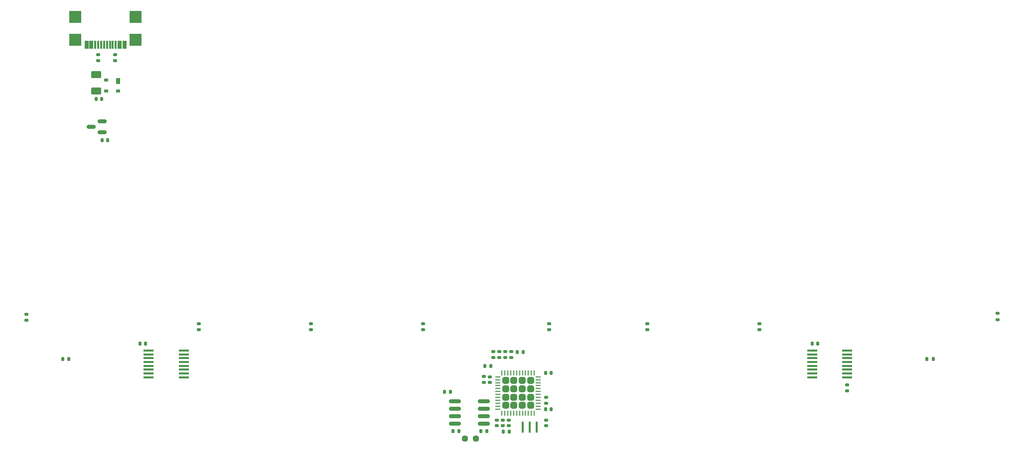
<source format=gbr>
%TF.GenerationSoftware,KiCad,Pcbnew,(7.0.0)*%
%TF.CreationDate,2024-02-06T10:54:19+01:00*%
%TF.ProjectId,travaulta HHKB,74726176-6175-46c7-9461-2048484b422e,rev?*%
%TF.SameCoordinates,Original*%
%TF.FileFunction,Paste,Bot*%
%TF.FilePolarity,Positive*%
%FSLAX46Y46*%
G04 Gerber Fmt 4.6, Leading zero omitted, Abs format (unit mm)*
G04 Created by KiCad (PCBNEW (7.0.0)) date 2024-02-06 10:54:19*
%MOMM*%
%LPD*%
G01*
G04 APERTURE LIST*
G04 Aperture macros list*
%AMRoundRect*
0 Rectangle with rounded corners*
0 $1 Rounding radius*
0 $2 $3 $4 $5 $6 $7 $8 $9 X,Y pos of 4 corners*
0 Add a 4 corners polygon primitive as box body*
4,1,4,$2,$3,$4,$5,$6,$7,$8,$9,$2,$3,0*
0 Add four circle primitives for the rounded corners*
1,1,$1+$1,$2,$3*
1,1,$1+$1,$4,$5*
1,1,$1+$1,$6,$7*
1,1,$1+$1,$8,$9*
0 Add four rect primitives between the rounded corners*
20,1,$1+$1,$2,$3,$4,$5,0*
20,1,$1+$1,$4,$5,$6,$7,0*
20,1,$1+$1,$6,$7,$8,$9,0*
20,1,$1+$1,$8,$9,$2,$3,0*%
G04 Aperture macros list end*
%ADD10R,0.400000X1.900000*%
%ADD11RoundRect,0.140000X0.140000X0.170000X-0.140000X0.170000X-0.140000X-0.170000X0.140000X-0.170000X0*%
%ADD12RoundRect,0.140000X-0.140000X-0.170000X0.140000X-0.170000X0.140000X0.170000X-0.140000X0.170000X0*%
%ADD13RoundRect,0.140000X-0.170000X0.140000X-0.170000X-0.140000X0.170000X-0.140000X0.170000X0.140000X0*%
%ADD14RoundRect,0.150000X-0.825000X-0.150000X0.825000X-0.150000X0.825000X0.150000X-0.825000X0.150000X0*%
%ADD15RoundRect,0.135000X-0.185000X0.135000X-0.185000X-0.135000X0.185000X-0.135000X0.185000X0.135000X0*%
%ADD16RoundRect,0.135000X0.185000X-0.135000X0.185000X0.135000X-0.185000X0.135000X-0.185000X-0.135000X0*%
%ADD17RoundRect,0.135000X-0.135000X-0.185000X0.135000X-0.185000X0.135000X0.185000X-0.135000X0.185000X0*%
%ADD18RoundRect,0.250000X0.315000X-0.315000X0.315000X0.315000X-0.315000X0.315000X-0.315000X-0.315000X0*%
%ADD19RoundRect,0.062500X0.062500X-0.375000X0.062500X0.375000X-0.062500X0.375000X-0.062500X-0.375000X0*%
%ADD20RoundRect,0.062500X0.375000X-0.062500X0.375000X0.062500X-0.375000X0.062500X-0.375000X-0.062500X0*%
%ADD21RoundRect,0.135000X0.135000X0.185000X-0.135000X0.185000X-0.135000X-0.185000X0.135000X-0.185000X0*%
%ADD22R,1.778000X0.419100*%
%ADD23RoundRect,0.250000X-0.625000X0.375000X-0.625000X-0.375000X0.625000X-0.375000X0.625000X0.375000X0*%
%ADD24R,0.700000X1.000000*%
%ADD25R,0.700000X0.600000*%
%ADD26RoundRect,0.140000X0.170000X-0.140000X0.170000X0.140000X-0.170000X0.140000X-0.170000X-0.140000X0*%
%ADD27RoundRect,0.150000X0.587500X0.150000X-0.587500X0.150000X-0.587500X-0.150000X0.587500X-0.150000X0*%
%ADD28RoundRect,0.237500X0.250000X0.237500X-0.250000X0.237500X-0.250000X-0.237500X0.250000X-0.237500X0*%
%ADD29RoundRect,0.050000X-0.300000X-0.650000X0.300000X-0.650000X0.300000X0.650000X-0.300000X0.650000X0*%
%ADD30RoundRect,0.050000X-0.150000X-0.650000X0.150000X-0.650000X0.150000X0.650000X-0.150000X0.650000X0*%
%ADD31RoundRect,0.050000X-1.000000X-1.000000X1.000000X-1.000000X1.000000X1.000000X-1.000000X1.000000X0*%
G04 APERTURE END LIST*
D10*
%TO.C,Y1*%
X153415999Y-118744999D03*
X154615999Y-118744999D03*
X155815999Y-118744999D03*
%TD*%
D11*
%TO.C,C7*%
X147984000Y-108331000D03*
X147024000Y-108331000D03*
%TD*%
D12*
%TO.C,C12*%
X202609436Y-104534305D03*
X203569436Y-104534305D03*
%TD*%
D13*
%TO.C,C15*%
X149031000Y-117540000D03*
X149031000Y-118500000D03*
%TD*%
D14*
%TO.C,U5*%
X141899097Y-118120501D03*
X141899097Y-116850501D03*
X141899097Y-115580501D03*
X141899097Y-114310501D03*
X146849097Y-114310501D03*
X146849097Y-115580501D03*
X146849097Y-116850501D03*
X146849097Y-118120501D03*
%TD*%
D15*
%TO.C,R7*%
X146843750Y-110107000D03*
X146843750Y-111127000D03*
%TD*%
D16*
%TO.C,R11*%
X98425000Y-102110000D03*
X98425000Y-101090000D03*
%TD*%
D15*
%TO.C,R2*%
X151511000Y-105877000D03*
X151511000Y-106897000D03*
%TD*%
D12*
%TO.C,C9*%
X157311000Y-115663994D03*
X158271000Y-115663994D03*
%TD*%
D17*
%TO.C,R4*%
X152525000Y-105918000D03*
X153545000Y-105918000D03*
%TD*%
D18*
%TO.C,U1*%
X150554000Y-115003000D03*
X151954000Y-115003000D03*
X153354000Y-115003000D03*
X154754000Y-115003000D03*
X150554000Y-113603000D03*
X151954000Y-113603000D03*
X153354000Y-113603000D03*
X154754000Y-113603000D03*
X150554000Y-112203000D03*
X151954000Y-112203000D03*
X153354000Y-112203000D03*
X154754000Y-112203000D03*
X150554000Y-110803000D03*
X151954000Y-110803000D03*
X153354000Y-110803000D03*
X154754000Y-110803000D03*
D19*
X155404000Y-116340500D03*
X154904000Y-116340500D03*
X154404000Y-116340500D03*
X153904000Y-116340500D03*
X153404000Y-116340500D03*
X152904000Y-116340500D03*
X152404000Y-116340500D03*
X151904000Y-116340500D03*
X151404000Y-116340500D03*
X150904000Y-116340500D03*
X150404000Y-116340500D03*
X149904000Y-116340500D03*
D20*
X149216500Y-115653000D03*
X149216500Y-115153000D03*
X149216500Y-114653000D03*
X149216500Y-114153000D03*
X149216500Y-113653000D03*
X149216500Y-113153000D03*
X149216500Y-112653000D03*
X149216500Y-112153000D03*
X149216500Y-111653000D03*
X149216500Y-111153000D03*
X149216500Y-110653000D03*
X149216500Y-110153000D03*
D19*
X149904000Y-109465500D03*
X150404000Y-109465500D03*
X150904000Y-109465500D03*
X151404000Y-109465500D03*
X151904000Y-109465500D03*
X152404000Y-109465500D03*
X152904000Y-109465500D03*
X153404000Y-109465500D03*
X153904000Y-109465500D03*
X154404000Y-109465500D03*
X154904000Y-109465500D03*
X155404000Y-109465500D03*
D20*
X156091500Y-110153000D03*
X156091500Y-110653000D03*
X156091500Y-111153000D03*
X156091500Y-111653000D03*
X156091500Y-112153000D03*
X156091500Y-112653000D03*
X156091500Y-113153000D03*
X156091500Y-113653000D03*
X156091500Y-114153000D03*
X156091500Y-114653000D03*
X156091500Y-115153000D03*
X156091500Y-115653000D03*
%TD*%
D16*
%TO.C,R12*%
X157956250Y-102110000D03*
X157956250Y-101090000D03*
%TD*%
%TO.C,R15*%
X69088000Y-100522500D03*
X69088000Y-99502500D03*
%TD*%
D13*
%TO.C,C11*%
X151063000Y-117540000D03*
X151063000Y-118500000D03*
%TD*%
D21*
%TO.C,R13*%
X76305148Y-107156250D03*
X75285148Y-107156250D03*
%TD*%
D12*
%TO.C,C8*%
X157311000Y-109474000D03*
X158271000Y-109474000D03*
%TD*%
D16*
%TO.C,R10*%
X174625000Y-102110000D03*
X174625000Y-101090000D03*
%TD*%
D22*
%TO.C,U3*%
X208555589Y-105676699D03*
X208555589Y-106326939D03*
X208555589Y-106977179D03*
X208555589Y-107627419D03*
X208555589Y-108272579D03*
X208555589Y-108922819D03*
X208555589Y-109573059D03*
X208555589Y-110223299D03*
X202606909Y-110223299D03*
X202606909Y-109573059D03*
X202606909Y-108922819D03*
X202606909Y-108272579D03*
X202606909Y-107627419D03*
X202606909Y-106977179D03*
X202606909Y-106326939D03*
X202606909Y-105676699D03*
%TD*%
D16*
%TO.C,R1*%
X148463000Y-106897000D03*
X148463000Y-105877000D03*
%TD*%
D15*
%TO.C,R16*%
X234156250Y-99377387D03*
X234156250Y-100397387D03*
%TD*%
D11*
%TO.C,C14*%
X141132500Y-112712500D03*
X140172500Y-112712500D03*
%TD*%
D16*
%TO.C,R9*%
X149479000Y-106897000D03*
X149479000Y-105877000D03*
%TD*%
D11*
%TO.C,C13*%
X89380000Y-104485820D03*
X88420000Y-104485820D03*
%TD*%
D17*
%TO.C,R21*%
X146332687Y-119390501D03*
X147352687Y-119390501D03*
%TD*%
D12*
%TO.C,C5*%
X81943000Y-69850000D03*
X82903000Y-69850000D03*
%TD*%
D16*
%TO.C,R20*%
X193675000Y-102110000D03*
X193675000Y-101090000D03*
%TD*%
D21*
%TO.C,R23*%
X142592312Y-119390501D03*
X141572312Y-119390501D03*
%TD*%
D15*
%TO.C,R14*%
X208548088Y-111558447D03*
X208548088Y-112578447D03*
%TD*%
D17*
%TO.C,R6*%
X150169000Y-119507000D03*
X151189000Y-119507000D03*
%TD*%
D23*
%TO.C,F_USBC1*%
X80962500Y-58671000D03*
X80962500Y-61471000D03*
%TD*%
D24*
%TO.C,D1*%
X84692999Y-59828999D03*
D25*
X84692999Y-61528999D03*
X82692999Y-61528999D03*
X82692999Y-59628999D03*
%TD*%
D16*
%TO.C,R18*%
X81280000Y-56356250D03*
X81280000Y-55336250D03*
%TD*%
D15*
%TO.C,R3*%
X157410000Y-113663000D03*
X157410000Y-114683000D03*
%TD*%
%TO.C,R8*%
X150495000Y-105877000D03*
X150495000Y-106897000D03*
%TD*%
D17*
%TO.C,R5*%
X222146885Y-107164145D03*
X223166885Y-107164145D03*
%TD*%
D26*
%TO.C,C1*%
X147885000Y-111097000D03*
X147885000Y-110137000D03*
%TD*%
D12*
%TO.C,C4*%
X80927000Y-62865000D03*
X81887000Y-62865000D03*
%TD*%
D22*
%TO.C,U4*%
X95843089Y-105676699D03*
X95843089Y-106326939D03*
X95843089Y-106977179D03*
X95843089Y-107627419D03*
X95843089Y-108272579D03*
X95843089Y-108922819D03*
X95843089Y-109573059D03*
X95843089Y-110223299D03*
X89894409Y-110223299D03*
X89894409Y-109573059D03*
X89894409Y-108922819D03*
X89894409Y-108272579D03*
X89894409Y-107627419D03*
X89894409Y-106977179D03*
X89894409Y-106326939D03*
X89894409Y-105676699D03*
%TD*%
D13*
%TO.C,C6*%
X157410000Y-117503000D03*
X157410000Y-118463000D03*
%TD*%
D27*
%TO.C,U2*%
X81963500Y-66614000D03*
X81963500Y-68514000D03*
X80088500Y-67564000D03*
%TD*%
D28*
%TO.C,JP1*%
X145462340Y-120650000D03*
X143637340Y-120650000D03*
%TD*%
D29*
%TO.C,USB1*%
X79350000Y-53631250D03*
X80150000Y-53631250D03*
D30*
X80800000Y-53631250D03*
X81300000Y-53631250D03*
X81800000Y-53631250D03*
X82300000Y-53631250D03*
X82800000Y-53631250D03*
X83300000Y-53631250D03*
X83800000Y-53631250D03*
X84300000Y-53631250D03*
D29*
X84950000Y-53631250D03*
X85750000Y-53631250D03*
D31*
X77430000Y-48871250D03*
X77430000Y-52771250D03*
X87670000Y-48871250D03*
X87670000Y-52771250D03*
%TD*%
D16*
%TO.C,R19*%
X136525000Y-102110000D03*
X136525000Y-101090000D03*
%TD*%
D15*
%TO.C,R24*%
X84201000Y-55336250D03*
X84201000Y-56356250D03*
%TD*%
D13*
%TO.C,C10*%
X150047000Y-117540000D03*
X150047000Y-118500000D03*
%TD*%
D16*
%TO.C,R17*%
X117475000Y-102110000D03*
X117475000Y-101090000D03*
%TD*%
M02*

</source>
